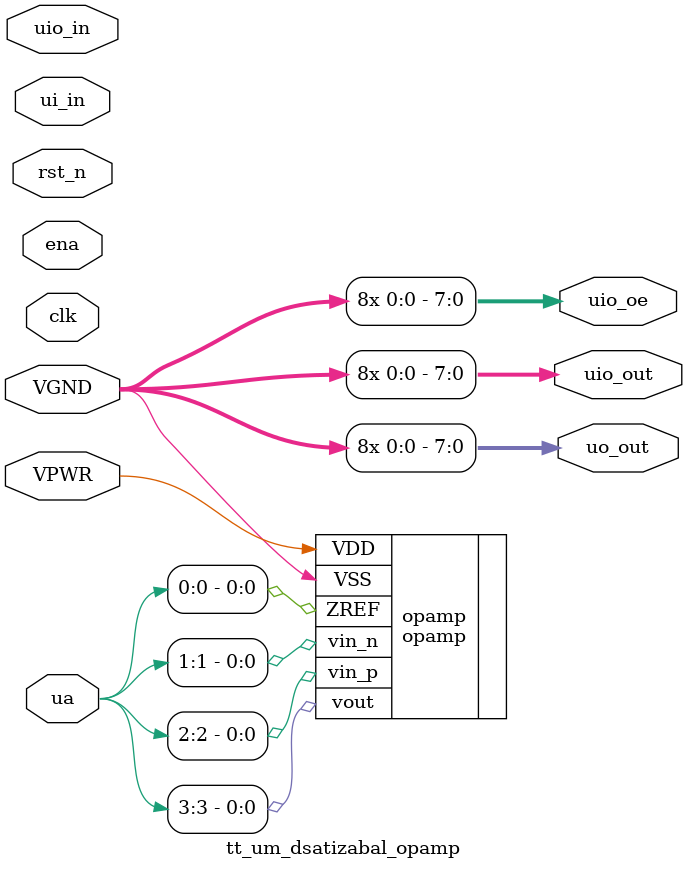
<source format=v>
`default_nettype none


module tt_um_dsatizabal_opamp (
    input  wire       VGND,
    input  wire       VPWR,
    input  wire [7:0] ui_in,    // Dedicated inputs
    output wire [7:0] uo_out,   // Dedicated outputs
    input  wire [7:0] uio_in,   // IOs: Input path
    output wire [7:0] uio_out,  // IOs: Output path
    output wire [7:0] uio_oe,   // IOs: Enable path (active high: 0=input, 1=output)
    inout  wire [7:0] ua, // analog pins
    input  wire       ena,      // will go high when the design is enabled
    input  wire       clk,      // clock
    input  wire       rst_n     // reset_n - low to reset
);

    opamp opamp (
    .VDD(VPWR),
    .VSS(VGND),
    .ZREF(ua[0]),
    .vin_n(ua[1]),
    .vin_p(ua[2]),
    .vout(ua[3]),
    );

    // ties for the output enables
    assign uo_out[0] = VGND;
    assign uo_out[1] = VGND;
    assign uo_out[2] = VGND;
    assign uo_out[3] = VGND;
    assign uo_out[4] = VGND;
    assign uo_out[5] = VGND;
    assign uo_out[6] = VGND;
    assign uo_out[7] = VGND;

    assign uio_out[0] = VGND;
    assign uio_out[1] = VGND;
    assign uio_out[2] = VGND;
    assign uio_out[3] = VGND;
    assign uio_out[4] = VGND;
    assign uio_out[5] = VGND;
    assign uio_out[6] = VGND;
    assign uio_out[7] = VGND;

    assign uio_oe[0] = VGND;
    assign uio_oe[1] = VGND;
    assign uio_oe[2] = VGND;
    assign uio_oe[3] = VGND;
    assign uio_oe[4] = VGND;
    assign uio_oe[5] = VGND;
    assign uio_oe[6] = VGND;
    assign uio_oe[7] = VGND;

endmodule

</source>
